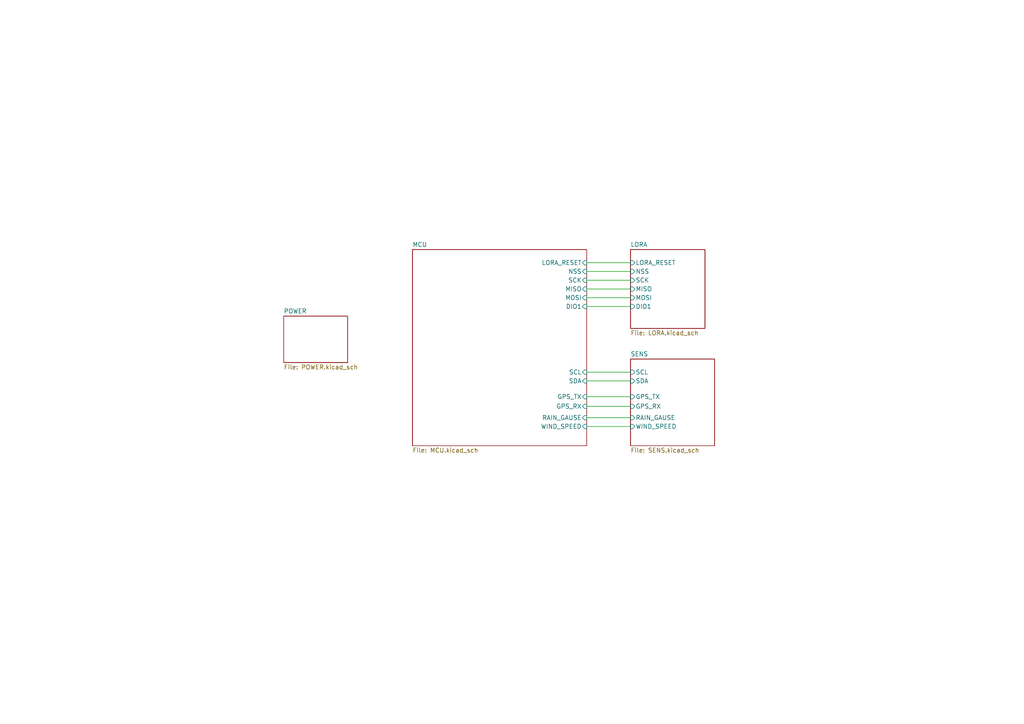
<source format=kicad_sch>
(kicad_sch
	(version 20231120)
	(generator "eeschema")
	(generator_version "8.0")
	(uuid "04494c2a-a05d-40e5-8d25-507a39a919c6")
	(paper "A4")
	(lib_symbols)
	(wire
		(pts
			(xy 170.18 76.2) (xy 182.88 76.2)
		)
		(stroke
			(width 0)
			(type default)
		)
		(uuid "0c592c52-f647-4f65-8d2b-63060de47986")
	)
	(wire
		(pts
			(xy 170.18 123.698) (xy 182.88 123.698)
		)
		(stroke
			(width 0)
			(type default)
		)
		(uuid "4bb8676b-3d71-4b88-9d3a-4511229d383d")
	)
	(wire
		(pts
			(xy 170.18 121.158) (xy 182.88 121.158)
		)
		(stroke
			(width 0)
			(type default)
		)
		(uuid "60d3e8a9-688f-40f3-bcc5-495b15afaea6")
	)
	(wire
		(pts
			(xy 170.18 117.856) (xy 182.88 117.856)
		)
		(stroke
			(width 0)
			(type default)
		)
		(uuid "7c46decf-2ee5-4ede-a4e5-c31ef773130a")
	)
	(wire
		(pts
			(xy 170.18 107.95) (xy 182.88 107.95)
		)
		(stroke
			(width 0)
			(type default)
		)
		(uuid "7d177546-cdb4-4019-869f-50c9886c1fa9")
	)
	(wire
		(pts
			(xy 170.18 86.36) (xy 182.88 86.36)
		)
		(stroke
			(width 0)
			(type default)
		)
		(uuid "9065c1f5-7842-4076-aaa5-226ccd1a94d5")
	)
	(wire
		(pts
			(xy 170.18 110.49) (xy 182.88 110.49)
		)
		(stroke
			(width 0)
			(type default)
		)
		(uuid "ca185b76-dfb6-41c5-858d-fb25082c9b5e")
	)
	(wire
		(pts
			(xy 170.18 78.74) (xy 182.88 78.74)
		)
		(stroke
			(width 0)
			(type default)
		)
		(uuid "ca842154-ed62-49c6-9ffc-b679fd777bbf")
	)
	(wire
		(pts
			(xy 170.18 115.062) (xy 182.88 115.062)
		)
		(stroke
			(width 0)
			(type default)
		)
		(uuid "d74e50fa-55df-43ec-ae23-29673ac737bb")
	)
	(wire
		(pts
			(xy 170.18 81.28) (xy 182.88 81.28)
		)
		(stroke
			(width 0)
			(type default)
		)
		(uuid "df873019-d76f-4409-b783-3fa2ff2452b0")
	)
	(wire
		(pts
			(xy 170.18 83.82) (xy 182.88 83.82)
		)
		(stroke
			(width 0)
			(type default)
		)
		(uuid "e967351d-f5ea-4eee-bb06-70a3f413fd0f")
	)
	(wire
		(pts
			(xy 170.18 88.9) (xy 182.88 88.9)
		)
		(stroke
			(width 0)
			(type default)
		)
		(uuid "eee3a1b5-528b-4404-82ee-bc2840630dc2")
	)
	(sheet
		(at 82.296 91.694)
		(size 18.542 13.462)
		(fields_autoplaced yes)
		(stroke
			(width 0.1524)
			(type solid)
		)
		(fill
			(color 0 0 0 0.0000)
		)
		(uuid "606dce07-098b-4f85-90bf-14172c036e09")
		(property "Sheetname" "POWER"
			(at 82.296 90.9824 0)
			(effects
				(font
					(size 1.27 1.27)
				)
				(justify left bottom)
			)
		)
		(property "Sheetfile" "POWER.kicad_sch"
			(at 82.296 105.7406 0)
			(effects
				(font
					(size 1.27 1.27)
				)
				(justify left top)
			)
		)
		(instances
			(project "Project_241"
				(path "/04494c2a-a05d-40e5-8d25-507a39a919c6"
					(page "4")
				)
			)
		)
	)
	(sheet
		(at 182.88 104.14)
		(size 24.384 25.146)
		(fields_autoplaced yes)
		(stroke
			(width 0.1524)
			(type solid)
		)
		(fill
			(color 0 0 0 0.0000)
		)
		(uuid "85b98acd-7c44-40ec-ab9d-2142c3d3560d")
		(property "Sheetname" "SENS"
			(at 182.88 103.4284 0)
			(effects
				(font
					(size 1.27 1.27)
				)
				(justify left bottom)
			)
		)
		(property "Sheetfile" "SENS.kicad_sch"
			(at 182.88 129.8706 0)
			(effects
				(font
					(size 1.27 1.27)
				)
				(justify left top)
			)
		)
		(pin "SCL" input
			(at 182.88 107.95 180)
			(effects
				(font
					(size 1.27 1.27)
				)
				(justify left)
			)
			(uuid "1dfc2b41-b483-41d8-807b-59fc529c5007")
		)
		(pin "SDA" input
			(at 182.88 110.49 180)
			(effects
				(font
					(size 1.27 1.27)
				)
				(justify left)
			)
			(uuid "1d07a268-99db-4258-ade8-f8460efcee23")
		)
		(pin "RAIN_GAUSE" input
			(at 182.88 121.158 180)
			(effects
				(font
					(size 1.27 1.27)
				)
				(justify left)
			)
			(uuid "5f101b9e-653d-46d4-986b-9361c6edd2a6")
		)
		(pin "WIND_SPEED" input
			(at 182.88 123.698 180)
			(effects
				(font
					(size 1.27 1.27)
				)
				(justify left)
			)
			(uuid "b53859c3-98ee-4b51-bc3f-b25aa5cff1dc")
		)
		(pin "GPS_TX" input
			(at 182.88 115.062 180)
			(effects
				(font
					(size 1.27 1.27)
				)
				(justify left)
			)
			(uuid "f66db8e5-ce72-45db-ac4b-e9d8bbd3d06c")
		)
		(pin "GPS_RX" input
			(at 182.88 117.856 180)
			(effects
				(font
					(size 1.27 1.27)
				)
				(justify left)
			)
			(uuid "22888745-73b3-4fc6-9410-9684b3b39db2")
		)
		(instances
			(project "Project_241"
				(path "/04494c2a-a05d-40e5-8d25-507a39a919c6"
					(page "3")
				)
			)
		)
	)
	(sheet
		(at 182.88 72.39)
		(size 21.59 22.86)
		(fields_autoplaced yes)
		(stroke
			(width 0.1524)
			(type solid)
		)
		(fill
			(color 0 0 0 0.0000)
		)
		(uuid "8f21afb6-d073-48cb-953c-d27726f6be87")
		(property "Sheetname" "LORA"
			(at 182.88 71.6784 0)
			(effects
				(font
					(size 1.27 1.27)
				)
				(justify left bottom)
			)
		)
		(property "Sheetfile" "LORA.kicad_sch"
			(at 182.88 95.8346 0)
			(effects
				(font
					(size 1.27 1.27)
				)
				(justify left top)
			)
		)
		(pin "DIO1" input
			(at 182.88 88.9 180)
			(effects
				(font
					(size 1.27 1.27)
				)
				(justify left)
			)
			(uuid "fff554c8-007d-4aa9-b2c9-9d9475c80c9a")
		)
		(pin "SCK" input
			(at 182.88 81.28 180)
			(effects
				(font
					(size 1.27 1.27)
				)
				(justify left)
			)
			(uuid "1261f21a-e1a0-48eb-9b1d-6f30d946c2cc")
		)
		(pin "MISO" input
			(at 182.88 83.82 180)
			(effects
				(font
					(size 1.27 1.27)
				)
				(justify left)
			)
			(uuid "4bbba35d-644c-44cf-9bb6-c81865523de2")
		)
		(pin "MOSI" input
			(at 182.88 86.36 180)
			(effects
				(font
					(size 1.27 1.27)
				)
				(justify left)
			)
			(uuid "d1cfffd2-709c-4a00-8473-c263507ca5ba")
		)
		(pin "NSS" input
			(at 182.88 78.74 180)
			(effects
				(font
					(size 1.27 1.27)
				)
				(justify left)
			)
			(uuid "d1ca9e0b-b7c3-4abe-822b-308d397efcfc")
		)
		(pin "LORA_RESET" input
			(at 182.88 76.2 180)
			(effects
				(font
					(size 1.27 1.27)
				)
				(justify left)
			)
			(uuid "b97ad7a5-7e4a-450f-95df-66731a83e6f2")
		)
		(instances
			(project "Project_241"
				(path "/04494c2a-a05d-40e5-8d25-507a39a919c6"
					(page "5")
				)
			)
		)
	)
	(sheet
		(at 119.634 72.39)
		(size 50.546 56.896)
		(fields_autoplaced yes)
		(stroke
			(width 0.1524)
			(type solid)
		)
		(fill
			(color 0 0 0 0.0000)
		)
		(uuid "cbbcc58d-3b48-4dce-8469-86675f290d69")
		(property "Sheetname" "MCU"
			(at 119.634 71.6784 0)
			(effects
				(font
					(size 1.27 1.27)
				)
				(justify left bottom)
			)
		)
		(property "Sheetfile" "MCU.kicad_sch"
			(at 119.634 129.8706 0)
			(effects
				(font
					(size 1.27 1.27)
				)
				(justify left top)
			)
		)
		(pin "SDA" input
			(at 170.18 110.49 0)
			(effects
				(font
					(size 1.27 1.27)
				)
				(justify right)
			)
			(uuid "f16b0286-edab-4ff7-ac17-c17a2c9e96c3")
		)
		(pin "SCL" input
			(at 170.18 107.95 0)
			(effects
				(font
					(size 1.27 1.27)
				)
				(justify right)
			)
			(uuid "d475e0ad-20ac-4bf0-9046-c2408f97b0ca")
		)
		(pin "WIND_SPEED" input
			(at 170.18 123.698 0)
			(effects
				(font
					(size 1.27 1.27)
				)
				(justify right)
			)
			(uuid "79cf0138-35ee-4725-8a8e-78597ecd55ac")
		)
		(pin "RAIN_GAUSE" input
			(at 170.18 121.158 0)
			(effects
				(font
					(size 1.27 1.27)
				)
				(justify right)
			)
			(uuid "f3105bdf-4faa-4afb-bd19-3fde8bff2238")
		)
		(pin "SCK" input
			(at 170.18 81.28 0)
			(effects
				(font
					(size 1.27 1.27)
				)
				(justify right)
			)
			(uuid "ffad2f00-4d9c-4dcf-b2b1-64b55ee41287")
		)
		(pin "MOSI" input
			(at 170.18 86.36 0)
			(effects
				(font
					(size 1.27 1.27)
				)
				(justify right)
			)
			(uuid "74ae09e3-3720-4529-9960-d5a2c57c4242")
		)
		(pin "MISO" input
			(at 170.18 83.82 0)
			(effects
				(font
					(size 1.27 1.27)
				)
				(justify right)
			)
			(uuid "1b17fea5-e2c8-4074-8e87-5c6b86d6852d")
		)
		(pin "NSS" input
			(at 170.18 78.74 0)
			(effects
				(font
					(size 1.27 1.27)
				)
				(justify right)
			)
			(uuid "ed9ac00f-6a65-4368-bffc-95be0e8ab9cc")
		)
		(pin "DIO1" input
			(at 170.18 88.9 0)
			(effects
				(font
					(size 1.27 1.27)
				)
				(justify right)
			)
			(uuid "cffc4ead-7d46-4477-a927-483b1766eb98")
		)
		(pin "GPS_RX" input
			(at 170.18 117.856 0)
			(effects
				(font
					(size 1.27 1.27)
				)
				(justify right)
			)
			(uuid "b66f5916-b03d-4813-a040-c355f0504422")
		)
		(pin "GPS_TX" input
			(at 170.18 115.062 0)
			(effects
				(font
					(size 1.27 1.27)
				)
				(justify right)
			)
			(uuid "371bc15d-8c23-4462-9e63-d249139a31fb")
		)
		(pin "LORA_RESET" input
			(at 170.18 76.2 0)
			(effects
				(font
					(size 1.27 1.27)
				)
				(justify right)
			)
			(uuid "d729903f-17ae-41b9-b731-d8765d5a287a")
		)
		(instances
			(project "Project_241"
				(path "/04494c2a-a05d-40e5-8d25-507a39a919c6"
					(page "2")
				)
			)
		)
	)
	(sheet_instances
		(path "/"
			(page "1")
		)
	)
)

</source>
